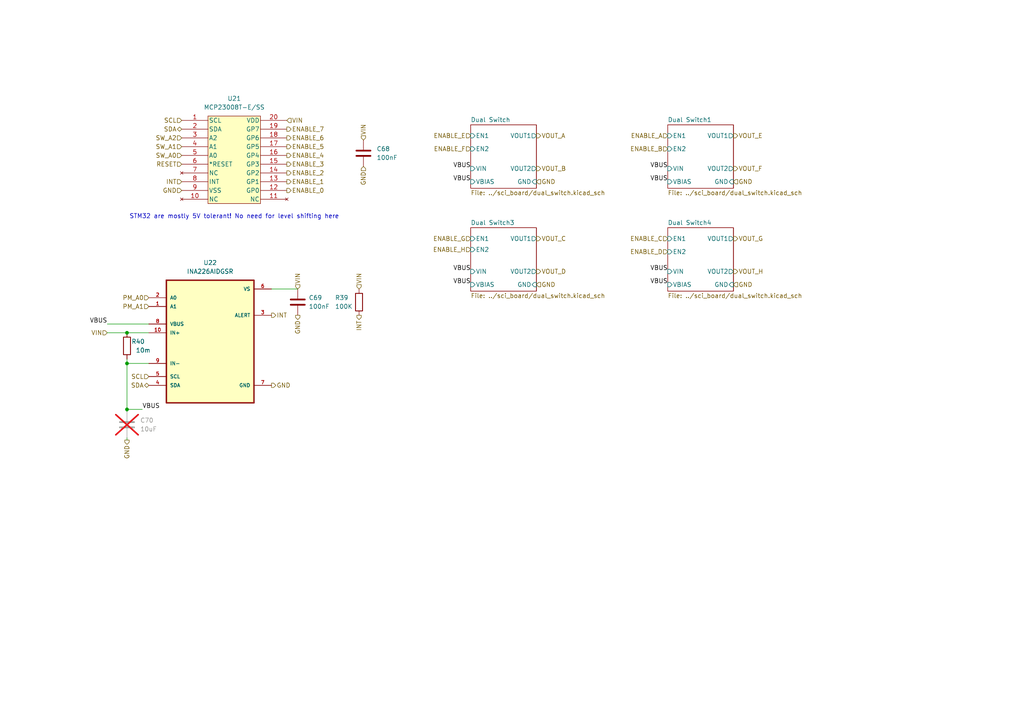
<source format=kicad_sch>
(kicad_sch (version 20250114) (generator "eeschema") (generator_version "9.0")
  (paper "A4")
  (lib_symbols
    (symbol "Common:INA226AIDGSR" (pin_names (offset 1.016))
      (property "Reference" "U" (at -12.7 18.78 0))
      (property "Value" "INA226AIDGSR" (at -12.7 -21.78 0))
      (symbol "INA226AIDGSR_0_0"
        (rectangle (start -12.7 17.78) (end 12.7 -17.78) (stroke (width 0.41)) (fill (type background)))
        (pin input line (at -17.78 12.7 0) (length 5.08) (name "A0") (number "2"))
        (pin input line (at -17.78 10.16 0) (length 5.08) (name "A1") (number "1"))
        (pin power_in line (at -17.78 5.08 0) (length 5.08) (name "VBUS") (number "8"))
        (pin input line (at -17.78 -10.16 0) (length 5.08) (name "SCL") (number "5"))
        (pin bidirectional line (at -17.78 -12.7 0) (length 5.08) (name "SDA") (number "4"))
        (pin power_in line (at 17.78 15.24 180) (length 5.08) (name "VS") (number "6"))
        (pin power_in line (at 17.78 -12.7 180) (length 5.08) (name "GND") (number "7"))
      )
      (symbol "INA226AIDGSR_1_0"
        (pin power_in line (at -17.78 2.54 0) (length 5.08) (name "IN+") (number "10"))
        (pin power_out line (at -17.78 -6.35 0) (length 5.08) (name "IN-") (number "9"))
        (pin passive line (at 17.78 7.62 180) (length 5.08) (name "ALERT") (number "3"))
      )
    )
    (symbol "Common:MCP23008T-E_SS" (pin_names (offset 0.254))
      (property "Reference" "U" (at 22.86 10.16 0))
      (property "Value" "MCP23008T-E/SS" (at 22.86 7.62 0))
      (symbol "MCP23008T-E_SS_1_1"
        (rectangle (start 15.24 1.27) (end 30.48 -24.13) (fill (type background)))
        (pin bidirectional line (at 7.62 0 0) (length 7.62) (name "SCL") (number "1"))
        (pin bidirectional line (at 7.62 -2.54 0) (length 7.62) (name "SDA") (number "2"))
        (pin input line (at 7.62 -5.08 0) (length 7.62) (name "A2") (number "3"))
        (pin input line (at 7.62 -7.62 0) (length 7.62) (name "A1") (number "4"))
        (pin input line (at 7.62 -10.16 0) (length 7.62) (name "A0") (number "5"))
        (pin input line (at 7.62 -12.7 0) (length 7.62) (name "*RESET") (number "6"))
        (pin no_connect line (at 7.62 -15.24 0) (length 7.62) (name "NC") (number "7"))
        (pin output line (at 7.62 -17.78 0) (length 7.62) (name "INT") (number "8"))
        (pin power_in line (at 7.62 -20.32 0) (length 7.62) (name "VSS") (number "9"))
        (pin no_connect line (at 7.62 -22.86 0) (length 7.62) (name "NC") (number "10"))
        (pin power_in line (at 38.1 0 180) (length 7.62) (name "VDD") (number "20"))
        (pin bidirectional line (at 38.1 -2.54 180) (length 7.62) (name "GP7") (number "19"))
        (pin bidirectional line (at 38.1 -5.08 180) (length 7.62) (name "GP6") (number "18"))
        (pin bidirectional line (at 38.1 -7.62 180) (length 7.62) (name "GP5") (number "17"))
        (pin bidirectional line (at 38.1 -10.16 180) (length 7.62) (name "GP4") (number "16"))
        (pin bidirectional line (at 38.1 -12.7 180) (length 7.62) (name "GP3") (number "15"))
        (pin bidirectional line (at 38.1 -15.24 180) (length 7.62) (name "GP2") (number "14"))
        (pin bidirectional line (at 38.1 -17.78 180) (length 7.62) (name "GP1") (number "13"))
        (pin bidirectional line (at 38.1 -20.32 180) (length 7.62) (name "GP0") (number "12"))
        (pin no_connect line (at 38.1 -22.86 180) (length 7.62) (name "NC") (number "11"))
      )
    )
    (symbol "Device:C" (pin_numbers (hide yes)) (pin_names (offset 0.254))
      (property "Reference" "C" (at 0.635 2.54 0))
      (property "Value" "C" (at 0.635 -2.54 0))
      (symbol "C_0_1"
        (polyline (pts (xy -2.032 0.762) (xy 2.032 0.762)) (stroke (width 0.508)))
        (polyline (pts (xy -2.032 -0.762) (xy 2.032 -0.762)) (stroke (width 0.508)))
      )
      (symbol "C_1_1"
        (pin passive line (at 0 3.81 270) (length 2.794) (name "~") (number "1"))
        (pin passive line (at 0 -3.81 90) (length 2.794) (name "~") (number "2"))
      )
    )
    (symbol "Device:R" (pin_numbers (hide yes)) (pin_names (offset 0))
      (property "Reference" "R" (at 2.032 0 90))
      (property "Value" "R" (at 0 0 90))
      (symbol "R_0_1"
        (rectangle (start -1.016 -2.54) (end 1.016 2.54) (stroke (width 0.254)))
      )
      (symbol "R_1_1"
        (pin passive line (at 0 3.81 270) (length 1.27) (name "~") (number "1"))
        (pin passive line (at 0 -3.81 90) (length 1.27) (name "~") (number "2"))
      )
    )
  )
  (text "STM32 are mostly 5V tolerant! No need for level shifting here" (at 67.945 62.865 0) (effects (font (size 1.27 1.27))))
  (junction (at 36.83 105.41))
  (junction (at 36.83 118.745))
  (junction (at 36.83 96.52))
  (wire (pts (xy 31.115 93.98) (xy 43.18 93.98)))
  (wire (pts (xy 36.83 105.41) (xy 36.83 118.745)))
  (wire (pts (xy 86.36 83.82) (xy 78.74 83.82)))
  (wire (pts (xy 36.83 96.52) (xy 43.18 96.52)))
  (wire (pts (xy 31.115 96.52) (xy 36.83 96.52)))
  (wire (pts (xy 36.83 127) (xy 36.83 127.635)))
  (wire (pts (xy 36.83 105.41) (xy 43.18 105.41)))
  (wire (pts (xy 36.83 118.745) (xy 36.83 119.38)))
  (wire (pts (xy 36.83 104.14) (xy 36.83 105.41)))
  (wire (pts (xy 36.83 118.745) (xy 41.275 118.745)))
  (label "VBUS" (at 136.525 82.55 180))
  (label "VBUS" (at 193.675 78.74 180))
  (label "VBUS" (at 136.525 78.74 180))
  (label "VBUS" (at 41.275 118.745 0))
  (label "VBUS" (at 31.115 93.98 180))
  (label "VBUS" (at 193.675 52.705 180))
  (label "VBUS" (at 193.675 48.895 180))
  (label "VBUS" (at 193.675 82.55 180))
  (label "VBUS" (at 136.525 48.895 180))
  (label "VBUS" (at 136.525 52.705 180))
  (hierarchical_label "GND" (shape output) (at 86.36 91.44 270))
  (hierarchical_label "SW_A2" (shape input) (at 52.705 40.005 180))
  (hierarchical_label "PM_A1" (shape input) (at 43.18 88.9 180))
  (hierarchical_label "SDA" (shape bidirectional) (at 43.18 111.76 180))
  (hierarchical_label "GND" (shape input) (at 155.575 52.705 0))
  (hierarchical_label "VIN" (shape input) (at 31.115 96.52 180))
  (hierarchical_label "SW_A1" (shape input) (at 52.705 42.545 180))
  (hierarchical_label "GND" (shape output) (at 78.74 111.76 0))
  (hierarchical_label "VOUT_B" (shape output) (at 155.575 48.895 0))
  (hierarchical_label "ENABLE_5" (shape output) (at 83.185 42.545 0))
  (hierarchical_label "INT" (shape output) (at 78.74 91.44 0))
  (hierarchical_label "SCL" (shape input) (at 52.705 34.925 180))
  (hierarchical_label "VOUT_C" (shape output) (at 155.575 69.215 0))
  (hierarchical_label "ENABLE_1" (shape output) (at 83.185 52.705 0))
  (hierarchical_label "VIN" (shape input) (at 86.36 83.82 90))
  (hierarchical_label "ENABLE_6" (shape output) (at 83.185 40.005 0))
  (hierarchical_label "ENABLE_3" (shape output) (at 83.185 47.625 0))
  (hierarchical_label "ENABLE_2" (shape output) (at 83.185 50.165 0))
  (hierarchical_label "ENABLE_H" (shape input) (at 136.525 72.39 180))
  (hierarchical_label "SW_A0" (shape input) (at 52.705 45.085 180))
  (hierarchical_label "GND" (shape input) (at 155.575 82.55 0))
  (hierarchical_label "VIN" (shape input) (at 105.41 40.64 90))
  (hierarchical_label "SDA" (shape bidirectional) (at 52.705 37.465 180))
  (hierarchical_label "VOUT_E" (shape output) (at 212.725 39.37 0))
  (hierarchical_label "ENABLE_G" (shape input) (at 136.525 69.215 180))
  (hierarchical_label "VOUT_H" (shape output) (at 212.725 78.74 0))
  (hierarchical_label "VIN" (shape input) (at 83.185 34.925 0))
  (hierarchical_label "VOUT_G" (shape output) (at 212.725 69.215 0))
  (hierarchical_label "PM_A0" (shape input) (at 43.18 86.36 180))
  (hierarchical_label "RESET" (shape input) (at 52.705 47.625 180))
  (hierarchical_label "INT" (shape output) (at 104.14 91.44 270))
  (hierarchical_label "ENABLE_F" (shape input) (at 136.525 43.18 180))
  (hierarchical_label "VOUT_A" (shape output) (at 155.575 39.37 0))
  (hierarchical_label "ENABLE_4" (shape output) (at 83.185 45.085 0))
  (hierarchical_label "VOUT_D" (shape output) (at 155.575 78.74 0))
  (hierarchical_label "ENABLE_E" (shape input) (at 136.525 39.37 180))
  (hierarchical_label "GND" (shape input) (at 105.41 48.26 270))
  (hierarchical_label "ENABLE_7" (shape output) (at 83.185 37.465 0))
  (hierarchical_label "ENABLE_A" (shape input) (at 193.675 39.37 180))
  (hierarchical_label "GND" (shape output) (at 36.83 127.635 270))
  (hierarchical_label "ENABLE_D" (shape input) (at 193.675 73.025 180))
  (hierarchical_label "VOUT_F" (shape output) (at 212.725 48.895 0))
  (hierarchical_label "SCL" (shape input) (at 43.18 109.22 180))
  (hierarchical_label "ENABLE_B" (shape input) (at 193.675 43.18 180))
  (hierarchical_label "ENABLE_C" (shape input) (at 193.675 69.215 180))
  (hierarchical_label "ENABLE_0" (shape output) (at 83.185 55.245 0))
  (hierarchical_label "GND" (shape input) (at 212.725 82.55 0))
  (hierarchical_label "GND" (shape input) (at 212.725 52.705 0))
  (hierarchical_label "VIN" (shape input) (at 104.14 83.82 90))
  (hierarchical_label "INT" (shape input) (at 52.705 52.705 180))
  (hierarchical_label "GND" (shape input) (at 52.705 55.245 180))
  (symbol (lib_id "Device:R") (at 36.83 100.33 0) (unit 1)
    (property "Reference" "R30" (at 38.1 99.06 0) (effects (justify left)))
    (property "Value" "10m" (at 39.37 101.6 0) (effects (justify left)))
    (property "Footprint" "Resistor_SMD:R_0805_2012Metric_Pad1.20x1.40mm_HandSolder" (effects (hide yes)))
    (property "Datasheet" "https://mm.digikey.com/Volume0/opasdata/d220001/medias/docus/5343/PE_Series_DS.pdf" (effects (hide yes)))
    (property "Description" "Resistor" (effects (hide yes)))
    (property "Tolerance" "1" (effects (hide yes)))
    (property "Manufacturer" "YAGEO" (effects (hide yes)))
    (property "Part Number" "PE0805FRE470R01Z" (effects (hide yes)))
    (instances (project "EPS" (path "" (reference "R40") (unit 1))) (project "AVIONICS_BOARD" (path "" (reference "R30") (unit 1))))
  )
  (symbol (lib_id "Device:R") (at 104.14 87.63 0) (unit 1)
    (property "Reference" "R29" (at 97.155 86.36 0) (effects (justify left)))
    (property "Value" "100K" (at 97.155 88.9 0) (effects (justify left)))
    (property "Footprint" "Resistor_SMD:R_0402_1005Metric_Pad0.72x0.64mm_HandSolder" (effects (hide yes)))
    (property "Datasheet" "https://www.yageo.com/upload/media/product/products/datasheet/rchip/PYu-RC_Group_51_RoHS_L_12.pdf" (effects (hide yes)))
    (property "Description" "Resistor" (effects (hide yes)))
    (property "Tolerance" "1" (effects (hide yes)))
    (property "Manufacturer" "YAGEO" (effects (hide yes)))
    (property "Part Number" "RC0402FR-07100KL" (effects (hide yes)))
    (instances (project "EPS" (path "" (reference "R39") (unit 1))) (project "AVIONICS_BOARD" (path "" (reference "R29") (unit 1))))
  )
  (symbol (lib_id "Common:MCP23008T-E_SS") (at 45.085 34.925 0) (unit 1)
    (property "Reference" "U16" (at 67.945 28.575 0))
    (property "Value" "MCP23008T-E/SS" (at 67.945 31.115 0))
    (property "Footprint" "Common:SSOP-20_5.3x7.2mm_P0.65mm" (effects (hide yes)))
    (property "Datasheet" "https://ww1.microchip.com/downloads/en/DeviceDoc/MCP23008-MCP23S08-Data-Sheet-20001919F.pdf" (effects (hide yes)))
    (property "Description" "I2C GPIO expander 8x" (effects (hide yes)))
    (property "Manufacturer" "Microchip" (effects (hide yes)))
    (property "Part Number" "MCP23008T-E/SS" (effects (hide yes)))
    (instances (project "EPS" (path "" (reference "U21") (unit 1))) (project "AVIONICS_BOARD" (path "" (reference "U16") (unit 1))))
  )
  (symbol (lib_id "Device:C") (at 86.36 87.63 0) (unit 1)
    (property "Reference" "C62" (at 89.535 86.3599 0) (effects (justify left)))
    (property "Value" "100nF" (at 89.535 88.8999 0) (effects (justify left)))
    (property "Footprint" "Capacitor_SMD:C_0402_1005Metric_Pad0.74x0.62mm_HandSolder" (effects (hide yes)))
    (property "Datasheet" "https://search.murata.co.jp/Ceramy/image/img/A01X/G101/ENG/GRM155R61E104KA87-01.pdf" (effects (hide yes)))
    (property "Description" "Unpolarized capacitor" (effects (hide yes)))
    (property "Voltage" "25" (effects (hide yes)))
    (property "Tolerance" "10" (effects (hide yes)))
    (property "Temperture Coefficient" "X5R" (effects (hide yes)))
    (property "Manufacturer" "Murata" (effects (hide yes)))
    (property "Part Number" "GRM155R61E104KA87D" (effects (hide yes)))
    (instances (project "EPS" (path "" (reference "C69") (unit 1))) (project "AVIONICS_BOARD" (path "" (reference "C62") (unit 1))))
  )
  (symbol (lib_id "Device:C") (at 105.41 44.45 0) (unit 1)
    (property "Reference" "C61" (at 109.22 43.1799 0) (effects (justify left)))
    (property "Value" "100nF" (at 109.22 45.7199 0) (effects (justify left)))
    (property "Footprint" "Capacitor_SMD:C_0402_1005Metric_Pad0.74x0.62mm_HandSolder" (effects (hide yes)))
    (property "Datasheet" "https://search.murata.co.jp/Ceramy/image/img/A01X/G101/ENG/GRM155R61E104KA87-01.pdf" (effects (hide yes)))
    (property "Description" "Unpolarized capacitor" (effects (hide yes)))
    (property "Voltage" "25" (effects (hide yes)))
    (property "Tolerance" "10" (effects (hide yes)))
    (property "Temperture Coefficient" "X5R" (effects (hide yes)))
    (property "Manufacturer" "Murata" (effects (hide yes)))
    (property "Part Number" "GRM155R61E104KA87D" (effects (hide yes)))
    (instances (project "EPS" (path "" (reference "C68") (unit 1))) (project "AVIONICS_BOARD" (path "" (reference "C61") (unit 1))))
  )
  (symbol (lib_id "Device:C") (at 36.83 123.19 0) (unit 1) (dnp yes)
    (property "Reference" "C63" (at 40.64 121.9199 0) (effects (justify left)))
    (property "Value" "10uF" (at 40.64 124.4599 0) (effects (justify left)))
    (property "Footprint" "Capacitor_SMD:C_0603_1608Metric_Pad1.08x0.95mm_HandSolder" (effects (hide yes)))
    (property "Datasheet" "https://search.murata.co.jp/Ceramy/image/img/A01X/G101/ENG/GRM188R61E106KA73-01.pdf" (effects (hide yes)))
    (property "Description" "Unpolarized capacitor" (effects (hide yes)))
    (property "Tolerance" "10" (effects (hide yes)))
    (property "Voltage" "25" (effects (hide yes)))
    (property "Temperture Coefficient" "X5R" (effects (hide yes)))
    (property "Manufacturer" "Murata" (effects (hide yes)))
    (property "Part Number" "GRM188R61E106KA73D" (effects (hide yes)))
    (instances (project "EPS" (path "" (reference "C70") (unit 1))) (project "AVIONICS_BOARD" (path "" (reference "C63") (unit 1))))
  )
  (symbol (lib_id "Common:INA226AIDGSR") (at 60.96 99.06 0) (unit 1)
    (property "Reference" "U17" (at 60.96 76.2 0))
    (property "Value" "INA226AIDGSR" (at 60.96 78.74 0))
    (property "Footprint" "Package_SO:VSSOP-10_3x3mm_P0.5mm" (effects (hide yes)))
    (property "Datasheet" "https://www.ti.com/general/docs/suppproductinfo.tsp?distId=10&gotoUrl=https%3A%2F%2Fwww.ti.com%2Flit%2Fgpn%2Fina226" (effects (hide yes)))
    (property "Description" "I2C voltage, current, power meter" (effects (hide yes)))
    (property "Manufacturer" "TI" (effects (hide yes)))
    (property "Part Number" "INA226AIDGSR" (effects (hide yes)))
    (instances (project "EPS" (path "" (reference "U22") (unit 1))) (project "AVIONICS_BOARD" (path "" (reference "U17") (unit 1))))
  )
  (sheet (at 136.525 36.195) (size 19.05 18.415) (stroke (width 0.1524))
    (property "Sheetname" "Dual Switch" (at 136.525 35.4834 0) (effects (justify left bottom)))
    (property "Sheetfile" "../sci_board/dual_switch.kicad_sch" (at 136.525 55.1946 0) (effects (justify left top)))
    (pin "GND" input (at 155.575 52.705 0))
    (pin "VBIAS" input (at 136.525 52.705 180))
    (pin "VOUT1" output (at 155.575 39.37 0))
    (pin "VOUT2" output (at 155.575 48.895 0))
    (pin "EN1" input (at 136.525 39.37 180))
    (pin "EN2" input (at 136.525 43.18 180))
    (pin "VIN" input (at 136.525 48.895 180))
  )
  (sheet (at 136.525 66.04) (size 19.05 18.415) (stroke (width 0.1524))
    (property "Sheetname" "Dual Switch3" (at 136.525 65.3284 0) (effects (justify left bottom)))
    (property "Sheetfile" "../sci_board/dual_switch.kicad_sch" (at 136.525 85.0396 0) (effects (justify left top)))
    (pin "GND" input (at 155.575 82.55 0))
    (pin "VBIAS" input (at 136.525 82.55 180))
    (pin "VOUT1" output (at 155.575 69.215 0))
    (pin "VOUT2" output (at 155.575 78.74 0))
    (pin "EN1" input (at 136.525 69.215 180))
    (pin "VIN" input (at 136.525 78.74 180))
    (pin "EN2" input (at 136.525 72.39 180))
  )
  (sheet (at 193.675 36.195) (size 19.05 18.415) (stroke (width 0.1524))
    (property "Sheetname" "Dual Switch1" (at 193.675 35.4834 0) (effects (justify left bottom)))
    (property "Sheetfile" "../sci_board/dual_switch.kicad_sch" (at 193.675 55.1946 0) (effects (justify left top)))
    (pin "GND" input (at 212.725 52.705 0))
    (pin "VBIAS" input (at 193.675 52.705 180))
    (pin "VOUT1" output (at 212.725 39.37 0))
    (pin "VOUT2" output (at 212.725 48.895 0))
    (pin "EN1" input (at 193.675 39.37 180))
    (pin "EN2" input (at 193.675 43.18 180))
    (pin "VIN" input (at 193.675 48.895 180))
  )
  (sheet (at 193.675 66.04) (size 19.05 18.415) (stroke (width 0.1524))
    (property "Sheetname" "Dual Switch4" (at 193.675 65.3284 0) (effects (justify left bottom)))
    (property "Sheetfile" "../sci_board/dual_switch.kicad_sch" (at 193.675 85.0396 0) (effects (justify left top)))
    (pin "GND" input (at 212.725 82.55 0))
    (pin "VBIAS" input (at 193.675 82.55 180))
    (pin "VOUT1" output (at 212.725 69.215 0))
    (pin "VOUT2" output (at 212.725 78.74 0))
    (pin "EN1" input (at 193.675 69.215 180))
    (pin "EN2" input (at 193.675 73.025 180))
    (pin "VIN" input (at 193.675 78.74 180))
  )
)
</source>
